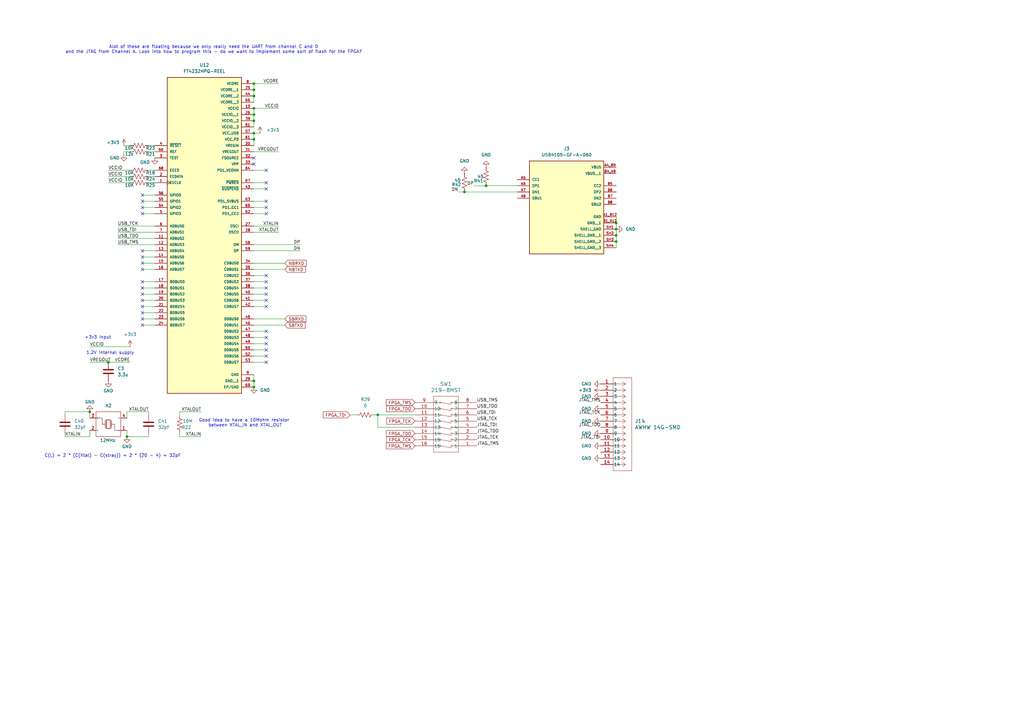
<source format=kicad_sch>
(kicad_sch (version 20250114) (generator "eeschema") (generator_version "9.0")
  (paper "A3")
  (lib_symbols
    (symbol "219_8MST:219-8MST" (pin_names (offset 0.254))
      (property "Reference" "SW" (at 12.7 7.62 0))
      (property "Value" "219-8MST" (at 12.7 5.08 0))
      (symbol "219-8MST_0_1"
        (polyline (pts (xy 7.62 2.54) (xy 7.62 -20.32)) (stroke (width 0.127)))
        (polyline (pts (xy 7.62 0) (xy 10.16 0)) (stroke (width 0.127)))
        (polyline (pts (xy 7.62 -2.54) (xy 10.16 -2.54)) (stroke (width 0.127)))
        (polyline (pts (xy 7.62 -5.08) (xy 10.16 -5.08)) (stroke (width 0.127)))
        (polyline (pts (xy 7.62 -7.62) (xy 10.16 -7.62)) (stroke (width 0.127)))
        (polyline (pts (xy 7.62 -10.16) (xy 10.16 -10.16)) (stroke (width 0.127)))
        (polyline (pts (xy 7.62 -12.7) (xy 10.16 -12.7)) (stroke (width 0.127)))
        (polyline (pts (xy 7.62 -15.24) (xy 10.16 -15.24)) (stroke (width 0.127)))
        (polyline (pts (xy 7.62 -17.78) (xy 10.16 -17.78)) (stroke (width 0.127)))
        (polyline (pts (xy 7.62 -20.32) (xy 17.78 -20.32)) (stroke (width 0.127)))
        (circle (center 10.414 0) (radius 0.254) (stroke (width 0.127)))
        (circle (center 10.414 -2.54) (radius 0.254) (stroke (width 0.127)))
        (circle (center 10.414 -5.08) (radius 0.254) (stroke (width 0.127)))
        (circle (center 10.414 -7.62) (radius 0.254) (stroke (width 0.127)))
        (circle (center 10.414 -10.16) (radius 0.254) (stroke (width 0.127)))
        (circle (center 10.414 -12.7) (radius 0.254) (stroke (width 0.127)))
        (circle (center 10.414 -15.24) (radius 0.254) (stroke (width 0.127)))
        (circle (center 10.414 -17.78) (radius 0.254) (stroke (width 0.127)))
        (polyline (pts (xy 14.732 0) (xy 10.414 0.762)) (stroke (width 0.127)))
        (polyline (pts (xy 14.732 -2.54) (xy 10.414 -1.778)) (stroke (width 0.127)))
        (polyline (pts (xy 14.732 -5.08) (xy 10.414 -4.318)) (stroke (width 0.127)))
        (polyline (pts (xy 14.732 -7.62) (xy 10.414 -6.858)) (stroke (width 0.127)))
        (polyline (pts (xy 14.732 -10.16) (xy 10.414 -9.398)) (stroke (width 0.127)))
        (polyline (pts (xy 14.732 -12.7) (xy 10.414 -11.938)) (stroke (width 0.127)))
        (polyline (pts (xy 14.732 -15.24) (xy 10.414 -14.478)) (stroke (width 0.127)))
        (polyline (pts (xy 14.732 -17.78) (xy 10.414 -17.018)) (stroke (width 0.127)))
        (circle (center 14.986 0) (radius 0.254) (stroke (width 0.127)))
        (circle (center 14.986 -2.54) (radius 0.254) (stroke (width 0.127)))
        (circle (center 14.986 -5.08) (radius 0.254) (stroke (width 0.127)))
        (circle (center 14.986 -7.62) (radius 0.254) (stroke (width 0.127)))
        (circle (center 14.986 -10.16) (radius 0.254) (stroke (width 0.127)))
        (circle (center 14.986 -12.7) (radius 0.254) (stroke (width 0.127)))
        (circle (center 14.986 -15.24) (radius 0.254) (stroke (width 0.127)))
        (circle (center 14.986 -17.78) (radius 0.254) (stroke (width 0.127)))
        (polyline (pts (xy 15.24 0) (xy 17.78 0)) (stroke (width 0.127)))
        (polyline (pts (xy 15.24 -2.54) (xy 17.78 -2.54)) (stroke (width 0.127)))
        (polyline (pts (xy 15.24 -5.08) (xy 17.78 -5.08)) (stroke (width 0.127)))
        (polyline (pts (xy 15.24 -7.62) (xy 17.78 -7.62)) (stroke (width 0.127)))
        (polyline (pts (xy 15.24 -10.16) (xy 17.78 -10.16)) (stroke (width 0.127)))
        (polyline (pts (xy 15.24 -12.7) (xy 17.78 -12.7)) (stroke (width 0.127)))
        (polyline (pts (xy 15.24 -15.24) (xy 17.78 -15.24)) (stroke (width 0.127)))
        (polyline (pts (xy 15.24 -17.78) (xy 17.78 -17.78)) (stroke (width 0.127)))
        (polyline (pts (xy 17.78 2.54) (xy 7.62 2.54)) (stroke (width 0.127)))
        (polyline (pts (xy 17.78 -20.32) (xy 17.78 2.54)) (stroke (width 0.127)))
        (pin unspecified line (at 0 0 0) (length 7.62) (name "1") (number "1"))
        (pin unspecified line (at 0 -2.54 0) (length 7.62) (name "2") (number "2"))
        (pin unspecified line (at 0 -5.08 0) (length 7.62) (name "3") (number "3"))
        (pin unspecified line (at 0 -7.62 0) (length 7.62) (name "4") (number "4"))
        (pin unspecified line (at 0 -10.16 0) (length 7.62) (name "5") (number "5"))
        (pin unspecified line (at 0 -12.7 0) (length 7.62) (name "6") (number "6"))
        (pin unspecified line (at 0 -15.24 0) (length 7.62) (name "7") (number "7"))
        (pin unspecified line (at 0 -17.78 0) (length 7.62) (name "8") (number "8"))
        (pin unspecified line (at 25.4 0 180) (length 7.62) (name "16") (number "16"))
        (pin unspecified line (at 25.4 -2.54 180) (length 7.62) (name "15") (number "15"))
        (pin unspecified line (at 25.4 -5.08 180) (length 7.62) (name "14") (number "14"))
        (pin unspecified line (at 25.4 -7.62 180) (length 7.62) (name "13") (number "13"))
        (pin unspecified line (at 25.4 -10.16 180) (length 7.62) (name "12") (number "12"))
        (pin unspecified line (at 25.4 -12.7 180) (length 7.62) (name "11") (number "11"))
        (pin unspecified line (at 25.4 -15.24 180) (length 7.62) (name "10") (number "10"))
        (pin unspecified line (at 25.4 -17.78 180) (length 7.62) (name "9") (number "9"))
      )
    )
    (symbol "Device:C" (pin_numbers (hide yes)) (pin_names (offset 0.254))
      (property "Reference" "C" (at 0.635 2.54 0))
      (property "Value" "C" (at 0.635 -2.54 0))
      (symbol "C_0_1"
        (polyline (pts (xy -2.032 0.762) (xy 2.032 0.762)) (stroke (width 0.508)))
        (polyline (pts (xy -2.032 -0.762) (xy 2.032 -0.762)) (stroke (width 0.508)))
      )
      (symbol "C_1_1"
        (pin passive line (at 0 3.81 270) (length 2.794) (name "~") (number "1"))
        (pin passive line (at 0 -3.81 90) (length 2.794) (name "~") (number "2"))
      )
    )
    (symbol "Device:R_US" (pin_numbers (hide yes)) (pin_names (offset 0))
      (property "Reference" "R" (at 2.54 0 90))
      (property "Value" "R_US" (at -2.54 0 90))
      (symbol "R_US_0_1"
        (polyline (pts (xy 0 2.286) (xy 0 2.54)))
        (polyline (pts (xy 0 2.286) (xy 1.016 1.905) (xy 0 1.524) (xy -1.016 1.143) (xy 0 0.762)))
        (polyline (pts (xy 0 0.762) (xy 1.016 0.381) (xy 0 0) (xy -1.016 -0.381) (xy 0 -0.762)))
        (polyline (pts (xy 0 -0.762) (xy 1.016 -1.143) (xy 0 -1.524) (xy -1.016 -1.905) (xy 0 -2.286)))
        (polyline (pts (xy 0 -2.286) (xy 0 -2.54)))
      )
      (symbol "R_US_1_1"
        (pin passive line (at 0 3.81 270) (length 1.27) (name "~") (number "1"))
        (pin passive line (at 0 -3.81 90) (length 1.27) (name "~") (number "2"))
      )
    )
    (symbol "FPGA&MCU:FT4232HPQ-REEL" (pin_names (offset 1.016))
      (property "Reference" "U" (at -15.24 56.515 0))
      (property "Value" "FT4232HPQ-REEL" (at -15.24 -76.2 0))
      (symbol "FT4232HPQ-REEL_0_0"
        (rectangle (start -15.24 -73.66) (end 15.24 55.88) (stroke (width 0.254)) (fill (type background)))
        (pin input line (at -20.32 27.94 0) (length 5.08) (name "~{RESET}") (number "4"))
        (pin input line (at -20.32 25.4 0) (length 5.08) (name "REF") (number "60"))
        (pin input line (at -20.32 22.86 0) (length 5.08) (name "TEST") (number "3"))
        (pin bidirectional line (at -20.32 17.78 0) (length 5.08) (name "EECS") (number "68"))
        (pin bidirectional line (at -20.32 15.24 0) (length 5.08) (name "EEDATA") (number "2"))
        (pin output clock (at -20.32 12.7 0) (length 5.08) (name "EECLK") (number "1"))
        (pin bidirectional line (at -20.32 7.62 0) (length 5.08) (name "GPIO0") (number "56"))
        (pin bidirectional line (at -20.32 5.08 0) (length 5.08) (name "GPIO1") (number "55"))
        (pin bidirectional line (at -20.32 2.54 0) (length 5.08) (name "GPIO2") (number "54"))
        (pin bidirectional line (at -20.32 0 0) (length 5.08) (name "GPIO3") (number "5"))
        (pin bidirectional line (at -20.32 -5.08 0) (length 5.08) (name "ADBUS0") (number "6"))
        (pin bidirectional line (at -20.32 -7.62 0) (length 5.08) (name "ADBUS1") (number "7"))
        (pin bidirectional line (at -20.32 -10.16 0) (length 5.08) (name "ADBUS2") (number "11"))
        (pin bidirectional line (at -20.32 -12.7 0) (length 5.08) (name "ADBUS3") (number "12"))
        (pin bidirectional line (at -20.32 -15.24 0) (length 5.08) (name "ADBUS4") (number "13"))
        (pin bidirectional line (at -20.32 -17.78 0) (length 5.08) (name "ADBUS5") (number "14"))
        (pin bidirectional line (at -20.32 -20.32 0) (length 5.08) (name "ADBUS6") (number "15"))
        (pin bidirectional line (at -20.32 -22.86 0) (length 5.08) (name "ADBUS7") (number "16"))
        (pin bidirectional line (at -20.32 -27.94 0) (length 5.08) (name "BDBUS0") (number "17"))
        (pin bidirectional line (at -20.32 -30.48 0) (length 5.08) (name "BDBUS1") (number "18"))
        (pin bidirectional line (at -20.32 -33.02 0) (length 5.08) (name "BDBUS2") (number "19"))
        (pin bidirectional line (at -20.32 -35.56 0) (length 5.08) (name "BDBUS3") (number "20"))
        (pin bidirectional line (at -20.32 -38.1 0) (length 5.08) (name "BDBUS4") (number "21"))
        (pin bidirectional line (at -20.32 -40.64 0) (length 5.08) (name "BDBUS5") (number "22"))
        (pin bidirectional line (at -20.32 -43.18 0) (length 5.08) (name "BDBUS6") (number "23"))
        (pin bidirectional line (at -20.32 -45.72 0) (length 5.08) (name "BDBUS7") (number "24"))
        (pin power_in line (at 20.32 53.34 180) (length 5.08) (name "VCORE") (number "8"))
        (pin power_in line (at 20.32 50.8 180) (length 5.08) (name "VCORE__1") (number "25"))
        (pin power_in line (at 20.32 48.26 180) (length 5.08) (name "VCORE__2") (number "44"))
        (pin power_in line (at 20.32 45.72 180) (length 5.08) (name "VCORE__3") (number "66"))
        (pin power_in line (at 20.32 43.18 180) (length 5.08) (name "VCCIO") (number "10"))
        (pin power_in line (at 20.32 40.64 180) (length 5.08) (name "VCCIO__1") (number "26"))
        (pin power_in line (at 20.32 38.1 180) (length 5.08) (name "VCCIO__2") (number "39"))
        (pin power_in line (at 20.32 35.56 180) (length 5.08) (name "VCCIO__3") (number "51"))
        (pin power_in line (at 20.32 33.02 180) (length 5.08) (name "VCC_USB") (number "57"))
        (pin power_in line (at 20.32 30.48 180) (length 5.08) (name "VCC_PD") (number "61"))
        (pin power_in line (at 20.32 27.94 180) (length 5.08) (name "VREGIN") (number "30"))
        (pin power_in line (at 20.32 25.4 180) (length 5.08) (name "VREGOUT") (number "31"))
        (pin power_in line (at 20.32 22.86 180) (length 5.08) (name "FSOURCE") (number "32"))
        (pin power_in line (at 20.32 20.32 180) (length 5.08) (name "VPP") (number "33"))
        (pin power_in line (at 20.32 17.78 180) (length 5.08) (name "PD1_VCONN") (number "64"))
        (pin output line (at 20.32 12.7 180) (length 5.08) (name "~{PWREN}") (number "67"))
        (pin output line (at 20.32 10.16 180) (length 5.08) (name "~{SUSPEND}") (number "43"))
        (pin input line (at 20.32 5.08 180) (length 5.08) (name "PD1_SVBUS") (number "63"))
        (pin bidirectional line (at 20.32 2.54 180) (length 5.08) (name "PD1_CC1") (number "65"))
        (pin bidirectional line (at 20.32 0 180) (length 5.08) (name "PD1_CC2") (number "62"))
        (pin input line (at 20.32 -5.08 180) (length 5.08) (name "OSCI") (number "27"))
        (pin output line (at 20.32 -7.62 180) (length 5.08) (name "OSCO") (number "28"))
        (pin bidirectional line (at 20.32 -12.7 180) (length 5.08) (name "DM") (number "58"))
        (pin bidirectional line (at 20.32 -15.24 180) (length 5.08) (name "DP") (number "59"))
        (pin bidirectional line (at 20.32 -20.32 180) (length 5.08) (name "CDBUS0") (number "34"))
        (pin bidirectional line (at 20.32 -22.86 180) (length 5.08) (name "CDBUS1") (number "35"))
        (pin bidirectional line (at 20.32 -25.4 180) (length 5.08) (name "CDBUS2") (number "36"))
        (pin bidirectional line (at 20.32 -27.94 180) (length 5.08) (name "CDBUS3") (number "37"))
        (pin bidirectional line (at 20.32 -30.48 180) (length 5.08) (name "CDBUS4") (number "38"))
        (pin bidirectional line (at 20.32 -33.02 180) (length 5.08) (name "CDBUS5") (number "40"))
        (pin bidirectional line (at 20.32 -35.56 180) (length 5.08) (name "CDBUS6") (number "41"))
        (pin bidirectional line (at 20.32 -38.1 180) (length 5.08) (name "CDBUS7") (number "42"))
        (pin bidirectional line (at 20.32 -43.18 180) (length 5.08) (name "DDBUS0") (number "45"))
        (pin bidirectional line (at 20.32 -45.72 180) (length 5.08) (name "DDBUS1") (number "46"))
        (pin bidirectional line (at 20.32 -48.26 180) (length 5.08) (name "DDBUS2") (number "47"))
        (pin bidirectional line (at 20.32 -50.8 180) (length 5.08) (name "DDBUS3") (number "48"))
        (pin bidirectional line (at 20.32 -53.34 180) (length 5.08) (name "DDBUS4") (number "49"))
        (pin bidirectional line (at 20.32 -55.88 180) (length 5.08) (name "DDBUS5") (number "50"))
        (pin bidirectional line (at 20.32 -58.42 180) (length 5.08) (name "DDBUS6") (number "52"))
        (pin bidirectional line (at 20.32 -60.96 180) (length 5.08) (name "DDBUS7") (number "53"))
        (pin power_in line (at 20.32 -66.04 180) (length 5.08) (name "GND") (number "9"))
        (pin power_in line (at 20.32 -68.58 180) (length 5.08) (name "GND__1") (number "29"))
        (pin power_in line (at 20.32 -71.12 180) (length 5.08) (name "EP/GND") (number "69"))
      )
    )
    (symbol "FPGA&MCU:X322512MSB4SI"
      (property "Reference" "X" (at 0 0 0))
      (symbol "X322512MSB4SI_1_0"
        (polyline (pts (xy -5.08 -2.54) (xy -2.54 -2.54) (xy -2.54 -2.54) (xy -2.54 0) (xy -2.54 0) (xy -1.524 0)))
        (rectangle (start -5.08 -5.08) (end 5.08 5.08))
        (polyline (pts (xy -1.27 -1.016) (xy -1.27 1.016)))
        (polyline (pts (xy -1.27 -1.778) (xy -1.27 1.778)))
        (polyline (pts (xy -0.762 -1.778) (xy -0.762 1.778) (xy -0.762 1.778) (xy 0.762 1.778) (xy 0.762 1.778) (xy 0.762 -1.778)))
        (polyline (pts (xy 0.762 1.778) (xy 0.762 -1.778) (xy 0.762 -1.778) (xy -0.762 -1.778) (xy -0.762 -1.778) (xy -0.762 1.778) (xy -0.762 1.778) (xy 0.762 1.778)))
        (polyline (pts (xy 0.762 -1.778) (xy -0.762 -1.778)))
        (polyline (pts (xy 1.27 -1.016) (xy 1.27 1.016)))
        (polyline (pts (xy 1.27 -1.778) (xy 1.27 1.778)))
        (polyline (pts (xy 5.08 2.54) (xy 2.54 2.54) (xy 2.54 2.54) (xy 2.54 0) (xy 2.54 0) (xy 1.524 0)))
        (pin unspecified line (at -7.62 2.54 0) (length 2.54) (name "GND") (number "4"))
        (pin unspecified line (at -7.62 -2.54 0) (length 2.54) (name "OSC1") (number "1"))
        (pin unspecified line (at 7.62 2.54 180) (length 2.54) (name "OSC2") (number "3"))
        (pin unspecified line (at 7.62 -2.54 180) (length 2.54) (name "GND") (number "2"))
      )
    )
    (symbol "FPGA_Interface:AWHW_14G-SMD" (pin_names (offset 0.254))
      (property "Reference" "J" (at 8.89 6.35 0))
      (property "Value" "AWHW 14G-SMD" (at 0 0 0))
      (symbol "AWHW_14G-SMD_1_1"
        (polyline (pts (xy 5.08 2.54) (xy 5.08 -35.56)) (stroke (width 0.127)))
        (polyline (pts (xy 5.08 -35.56) (xy 12.7 -35.56)) (stroke (width 0.127)))
        (polyline (pts (xy 10.16 0) (xy 5.08 0)) (stroke (width 0.127)))
        (polyline (pts (xy 10.16 0) (xy 8.89 0.8467)) (stroke (width 0.127)))
        (polyline (pts (xy 10.16 0) (xy 8.89 -0.8467)) (stroke (width 0.127)))
        (polyline (pts (xy 10.16 -2.54) (xy 5.08 -2.54)) (stroke (width 0.127)))
        (polyline (pts (xy 10.16 -2.54) (xy 8.89 -1.6933)) (stroke (width 0.127)))
        (polyline (pts (xy 10.16 -2.54) (xy 8.89 -3.3867)) (stroke (width 0.127)))
        (polyline (pts (xy 10.16 -5.08) (xy 5.08 -5.08)) (stroke (width 0.127)))
        (polyline (pts (xy 10.16 -5.08) (xy 8.89 -4.2333)) (stroke (width 0.127)))
        (polyline (pts (xy 10.16 -5.08) (xy 8.89 -5.9267)) (stroke (width 0.127)))
        (polyline (pts (xy 10.16 -7.62) (xy 5.08 -7.62)) (stroke (width 0.127)))
        (polyline (pts (xy 10.16 -7.62) (xy 8.89 -6.7733)) (stroke (width 0.127)))
        (polyline (pts (xy 10.16 -7.62) (xy 8.89 -8.4667)) (stroke (width 0.127)))
        (polyline (pts (xy 10.16 -10.16) (xy 5.08 -10.16)) (stroke (width 0.127)))
        (polyline (pts (xy 10.16 -10.16) (xy 8.89 -9.3133)) (stroke (width 0.127)))
        (polyline (pts (xy 10.16 -10.16) (xy 8.89 -11.0067)) (stroke (width 0.127)))
        (polyline (pts (xy 10.16 -12.7) (xy 5.08 -12.7)) (stroke (width 0.127)))
        (polyline (pts (xy 10.16 -12.7) (xy 8.89 -11.8533)) (stroke (width 0.127)))
        (polyline (pts (xy 10.16 -12.7) (xy 8.89 -13.5467)) (stroke (width 0.127)))
        (polyline (pts (xy 10.16 -15.24) (xy 5.08 -15.24)) (stroke (width 0.127)))
        (polyline (pts (xy 10.16 -15.24) (xy 8.89 -14.3933)) (stroke (width 0.127)))
        (polyline (pts (xy 10.16 -15.24) (xy 8.89 -16.0867)) (stroke (width 0.127)))
        (polyline (pts (xy 10.16 -17.78) (xy 5.08 -17.78)) (stroke (width 0.127)))
        (polyline (pts (xy 10.16 -17.78) (xy 8.89 -16.9333)) (stroke (width 0.127)))
        (polyline (pts (xy 10.16 -17.78) (xy 8.89 -18.6267)) (stroke (width 0.127)))
        (polyline (pts (xy 10.16 -20.32) (xy 5.08 -20.32)) (stroke (width 0.127)))
        (polyline (pts (xy 10.16 -20.32) (xy 8.89 -19.4733)) (stroke (width 0.127)))
        (polyline (pts (xy 10.16 -20.32) (xy 8.89 -21.1667)) (stroke (width 0.127)))
        (polyline (pts (xy 10.16 -22.86) (xy 5.08 -22.86)) (stroke (width 0.127)))
        (polyline (pts (xy 10.16 -22.86) (xy 8.89 -22.0133)) (stroke (width 0.127)))
        (polyline (pts (xy 10.16 -22.86) (xy 8.89 -23.7067)) (stroke (width 0.127)))
        (polyline (pts (xy 10.16 -25.4) (xy 5.08 -25.4)) (stroke (width 0.127)))
        (polyline (pts (xy 10.16 -25.4) (xy 8.89 -24.5533)) (stroke (width 0.127)))
        (polyline (pts (xy 10.16 -25.4) (xy 8.89 -26.2467)) (stroke (width 0.127)))
        (polyline (pts (xy 10.16 -27.94) (xy 5.08 -27.94)) (stroke (width 0.127)))
        (polyline (pts (xy 10.16 -27.94) (xy 8.89 -27.0933)) (stroke (width 0.127)))
        (polyline (pts (xy 10.16 -27.94) (xy 8.89 -28.7867)) (stroke (width 0.127)))
        (polyline (pts (xy 10.16 -30.48) (xy 5.08 -30.48)) (stroke (width 0.127)))
        (polyline (pts (xy 10.16 -30.48) (xy 8.89 -29.6333)) (stroke (width 0.127)))
        (polyline (pts (xy 10.16 -30.48) (xy 8.89 -31.3267)) (stroke (width 0.127)))
        (polyline (pts (xy 10.16 -33.02) (xy 5.08 -33.02)) (stroke (width 0.127)))
        (polyline (pts (xy 10.16 -33.02) (xy 8.89 -32.1733)) (stroke (width 0.127)))
        (polyline (pts (xy 10.16 -33.02) (xy 8.89 -33.8667)) (stroke (width 0.127)))
        (polyline (pts (xy 12.7 2.54) (xy 5.08 2.54)) (stroke (width 0.127)))
        (polyline (pts (xy 12.7 -35.56) (xy 12.7 2.54)) (stroke (width 0.127)))
        (pin unspecified line (at 0 0 0) (length 5.08) (name "1") (number "1"))
        (pin unspecified line (at 0 -2.54 0) (length 5.08) (name "2") (number "2"))
        (pin unspecified line (at 0 -5.08 0) (length 5.08) (name "3") (number "3"))
        (pin unspecified line (at 0 -7.62 0) (length 5.08) (name "4") (number "4"))
        (pin unspecified line (at 0 -10.16 0) (length 5.08) (name "5") (number "5"))
        (pin unspecified line (at 0 -12.7 0) (length 5.08) (name "6") (number "6"))
        (pin unspecified line (at 0 -15.24 0) (length 5.08) (name "7") (number "7"))
        (pin unspecified line (at 0 -17.78 0) (length 5.08) (name "8") (number "8"))
        (pin unspecified line (at 0 -20.32 0) (length 5.08) (name "9") (number "9"))
        (pin unspecified line (at 0 -22.86 0) (length 5.08) (name "10") (number "10"))
        (pin unspecified line (at 0 -25.4 0) (length 5.08) (name "11") (number "11"))
        (pin unspecified line (at 0 -27.94 0) (length 5.08) (name "12") (number "12"))
        (pin unspecified line (at 0 -30.48 0) (length 5.08) (name "13") (number "13"))
        (pin unspecified line (at 0 -33.02 0) (length 5.08) (name "14") (number "14"))
      )
      (symbol "AWHW_14G-SMD_1_2"
        (polyline (pts (xy 5.08 2.54) (xy 5.08 -35.56)) (stroke (width 0.127)))
        (polyline (pts (xy 5.08 -35.56) (xy 12.7 -35.56)) (stroke (width 0.127)))
        (polyline (pts (xy 7.62 0) (xy 5.08 0)) (stroke (width 0.127)))
        (polyline (pts (xy 7.62 0) (xy 8.89 0.8467)) (stroke (width 0.127)))
        (polyline (pts (xy 7.62 0) (xy 8.89 -0.8467)) (stroke (width 0.127)))
        (polyline (pts (xy 7.62 -2.54) (xy 5.08 -2.54)) (stroke (width 0.127)))
        (polyline (pts (xy 7.62 -2.54) (xy 8.89 -1.6933)) (stroke (width 0.127)))
        (polyline (pts (xy 7.62 -2.54) (xy 8.89 -3.3867)) (stroke (width 0.127)))
        (polyline (pts (xy 7.62 -5.08) (xy 5.08 -5.08)) (stroke (width 0.127)))
        (polyline (pts (xy 7.62 -5.08) (xy 8.89 -4.2333)) (stroke (width 0.127)))
        (polyline (pts (xy 7.62 -5.08) (xy 8.89 -5.9267)) (stroke (width 0.127)))
        (polyline (pts (xy 7.62 -7.62) (xy 5.08 -7.62)) (stroke (width 0.127)))
        (polyline (pts (xy 7.62 -7.62) (xy 8.89 -6.7733)) (stroke (width 0.127)))
        (polyline (pts (xy 7.62 -7.62) (xy 8.89 -8.4667)) (stroke (width 0.127)))
        (polyline (pts (xy 7.62 -10.16) (xy 5.08 -10.16)) (stroke (width 0.127)))
        (polyline (pts (xy 7.62 -10.16) (xy 8.89 -9.3133)) (stroke (width 0.127)))
        (polyline (pts (xy 7.62 -10.16) (xy 8.89 -11.0067)) (stroke (width 0.127)))
        (polyline (pts (xy 7.62 -12.7) (xy 5.08 -12.7)) (stroke (width 0.127)))
        (polyline (pts (xy 7.62 -12.7) (xy 8.89 -11.8533)) (stroke (width 0.127)))
        (polyline (pts (xy 7.62 -12.7) (xy 8.89 -13.5467)) (stroke (width 0.127)))
        (polyline (pts (xy 7.62 -15.24) (xy 5.08 -15.24)) (stroke (width 0.127)))
        (polyline (pts (xy 7.62 -15.24) (xy 8.89 -14.3933)) (stroke (width 0.127)))
        (polyline (pts (xy 7.62 -15.24) (xy 8.89 -16.0867)) (stroke (width 0.127)))
        (polyline (pts (xy 7.62 -17.78) (xy 5.08 -17.78)) (stroke (width 0.127)))
        (polyline (pts (xy 7.62 -17.78) (xy 8.89 -16.9333)) (stroke (width 0.127)))
        (polyline (pts (xy 7.62 -17.78) (xy 8.89 -18.6267)) (stroke (width 0.127)))
        (polyline (pts (xy 7.62 -20.32) (xy 5.08 -20.32)) (stroke (width 0.127)))
        (polyline (pts (xy 7.62 -20.32) (xy 8.89 -19.4733)) (stroke (width 0.127)))
        (polyline (pts (xy 7.62 -20.32) (xy 8.89 -21.1667)) (stroke (width 0.127)))
        (polyline (pts (xy 7.62 -22.86) (xy 5.08 -22.86)) (stroke (width 0.127)))
        (polyline (pts (xy 7.62 -22.86) (xy 8.89 -22.0133)) (stroke (width 0.127)))
        (polyline (pts (xy 7.62 -22.86) (xy 8.89 -23.7067)) (stroke (width 0.127)))
        (polyline (pts (xy 7.62 -25.4) (xy 5.08 -25.4)) (stroke (width 0.127)))
        (polyline (pts (xy 7.62 -25.4) (xy 8.89 -24.5533)) (stroke (width 0.127)))
        (polyline (pts (xy 7.62 -25.4) (xy 8.89 -26.2467)) (stroke (width 0.127)))
        (polyline (pts (xy 7.62 -27.94) (xy 5.08 -27.94)) (stroke (width 0.127)))
        (polyline (pts (xy 7.62 -27.94) (xy 8.89 -27.0933)) (stroke (width 0.127)))
        (polyline (pts (xy 7.62 -27.94) (xy 8.89 -28.7867)) (stroke (width 0.127)))
        (polyline (pts (xy 7.62 -30.48) (xy 5.08 -30.48)) (stroke (width 0.127)))
        (polyline (pts (xy 7.62 -30.48) (xy 8.89 -29.6333)) (stroke (width 0.127)))
        (polyline (pts (xy 7.62 -30.48) (xy 8.89 -31.3267)) (stroke (width 0.127)))
        (polyline (pts (xy 7.62 -33.02) (xy 5.08 -33.02)) (stroke (width 0.127)))
        (polyline (pts (xy 7.62 -33.02) (xy 8.89 -32.1733)) (stroke (width 0.127)))
        (polyline (pts (xy 7.62 -33.02) (xy 8.89 -33.8667)) (stroke (width 0.127)))
        (polyline (pts (xy 12.7 2.54) (xy 5.08 2.54)) (stroke (width 0.127)))
        (polyline (pts (xy 12.7 -35.56) (xy 12.7 2.54)) (stroke (width 0.127)))
        (pin unspecified line (at 0 0 0) (length 5.08) (name "1") (number "1"))
        (pin unspecified line (at 0 -2.54 0) (length 5.08) (name "2") (number "2"))
        (pin unspecified line (at 0 -5.08 0) (length 5.08) (name "3") (number "3"))
        (pin unspecified line (at 0 -7.62 0) (length 5.08) (name "4") (number "4"))
        (pin unspecified line (at 0 -10.16 0) (length 5.08) (name "5") (number "5"))
        (pin unspecified line (at 0 -12.7 0) (length 5.08) (name "6") (number "6"))
        (pin unspecified line (at 0 -15.24 0) (length 5.08) (name "7") (number "7"))
        (pin unspecified line (at 0 -17.78 0) (length 5.08) (name "8") (number "8"))
        (pin unspecified line (at 0 -20.32 0) (length 5.08) (name "9") (number "9"))
        (pin unspecified line (at 0 -22.86 0) (length 5.08) (name "10") (number "10"))
        (pin unspecified line (at 0 -25.4 0) (length 5.08) (name "11") (number "11"))
        (pin unspecified line (at 0 -27.94 0) (length 5.08) (name "12") (number "12"))
        (pin unspecified line (at 0 -30.48 0) (length 5.08) (name "13") (number "13"))
        (pin unspecified line (at 0 -33.02 0) (length 5.08) (name "14") (number "14"))
      )
    )
    (symbol "FPGA_Interface:USB4105-GF-A-060" (pin_names (offset 1.016))
      (property "Reference" "J" (at -15.24 13.97 0))
      (property "Value" "USB4105-GF-A-060" (at -15.24 -27.94 0))
      (symbol "USB4105-GF-A-060_0_0"
        (rectangle (start -15.24 -25.4) (end 15.24 12.7) (stroke (width 0.254)) (fill (type background)))
        (pin bidirectional line (at -20.32 5.08 0) (length 5.08) (name "CC1") (number "A5"))
        (pin bidirectional line (at -20.32 2.54 0) (length 5.08) (name "DP1") (number "A6"))
        (pin bidirectional line (at -20.32 0 0) (length 5.08) (name "DN1") (number "A7"))
        (pin bidirectional line (at -20.32 -2.54 0) (length 5.08) (name "SBU1") (number "A8"))
        (pin power_in line (at 20.32 10.16 180) (length 5.08) (name "VBUS") (number "A4_B9"))
        (pin power_in line (at 20.32 7.62 180) (length 5.08) (name "VBUS__1") (number "B4_A9"))
        (pin bidirectional line (at 20.32 2.54 180) (length 5.08) (name "CC2") (number "B5"))
        (pin bidirectional line (at 20.32 0 180) (length 5.08) (name "DP2") (number "B6"))
        (pin bidirectional line (at 20.32 -2.54 180) (length 5.08) (name "DN2") (number "B7"))
        (pin bidirectional line (at 20.32 -5.08 180) (length 5.08) (name "SBU2") (number "B8"))
        (pin power_in line (at 20.32 -10.16 180) (length 5.08) (name "GND") (number "A1_B12"))
        (pin power_in line (at 20.32 -12.7 180) (length 5.08) (name "GND__1") (number "B1_A12"))
        (pin power_in line (at 20.32 -15.24 180) (length 5.08) (name "SHELL_GND") (number "SH1"))
        (pin power_in line (at 20.32 -17.78 180) (length 5.08) (name "SHELL_GND__1") (number "SH2"))
        (pin power_in line (at 20.32 -20.32 180) (length 5.08) (name "SHELL_GND__2") (number "SH3"))
        (pin power_in line (at 20.32 -22.86 180) (length 5.08) (name "SHELL_GND__3") (number "SH4"))
      )
    )
    (symbol "power:+3V3" (power) (pin_numbers (hide yes)) (pin_names (offset 0) (hide yes))
      (property "Value" "+3V3" (at 0 3.556 0))
      (symbol "+3V3_0_1"
        (polyline (pts (xy -0.762 1.27) (xy 0 2.54)))
        (polyline (pts (xy 0 2.54) (xy 0.762 1.27)))
        (polyline (pts (xy 0 0) (xy 0 2.54)))
      )
      (symbol "+3V3_1_1"
        (pin power_in line (at 0 0 90) (length 0) (name "~") (number "1"))
      )
    )
    (symbol "power:GND" (power) (pin_numbers (hide yes)) (pin_names (offset 0) (hide yes))
      (property "Value" "GND" (at 0 -3.81 0))
      (symbol "GND_0_1"
        (polyline (pts (xy 0 0) (xy 0 -1.27) (xy 1.27 -1.27) (xy 0 -2.54) (xy -1.27 -1.27) (xy 0 -1.27)))
      )
      (symbol "GND_1_1"
        (pin power_in line (at 0 0 270) (length 0) (name "~") (number "1"))
      )
    )
  )
  (text "1.2V internal supply\n" (at 45.212 144.78 0) (effects (font (size 1.27 1.27))))
  (text "Alot of these are floating because we only really need the UART from channel C and D\nand the JTAG from Channel A. Look into how to program this - do we want to implement some sort of flash for the FPGA?\n" (at 87.63 20.32 0) (effects (font (size 1.27 1.27))))
  (text "Good idea to have a 10Mohm resistor \nbetween XTAL_IN and XTAL_OUT" (at 100.584 173.482 0) (effects (font (size 1.27 1.27))))
  (text "+3v3 Input\n" (at 40.132 138.43 0) (effects (font (size 1.27 1.27))))
  (text "C(L) = 2 * (C(Xtal) - C(stray)) = 2 * (20 - 4) = 32pF\n" (at 46.228 186.944 0) (effects (font (size 1.27 1.27))))
  (junction (at 104.14 49.53))
  (junction (at 104.14 158.75))
  (junction (at 104.14 39.37))
  (junction (at 104.14 46.99))
  (junction (at 44.45 148.59))
  (junction (at 104.14 34.29))
  (junction (at 252.73 93.98))
  (junction (at 52.07 179.07))
  (junction (at 252.73 96.52))
  (junction (at 190.5 78.74))
  (junction (at 104.14 57.15))
  (junction (at 104.14 36.83))
  (junction (at 104.14 54.61))
  (junction (at 36.83 168.91))
  (junction (at 199.39 76.2))
  (junction (at 104.14 156.21))
  (junction (at 252.73 99.06))
  (junction (at 154.94 170.18))
  (junction (at 252.73 91.44))
  (junction (at 104.14 44.45))
  (no_connect (at 109.22 87.63))
  (no_connect (at 58.42 80.01))
  (no_connect (at 109.22 143.51))
  (no_connect (at 58.42 120.65))
  (no_connect (at 109.22 69.85))
  (no_connect (at 58.42 123.19))
  (no_connect (at 109.22 135.89))
  (no_connect (at 109.22 148.59))
  (no_connect (at 109.22 113.03))
  (no_connect (at 109.22 125.73))
  (no_connect (at 58.42 128.27))
  (no_connect (at 109.22 120.65))
  (no_connect (at 109.22 82.55))
  (no_connect (at 109.22 140.97))
  (no_connect (at 58.42 85.09))
  (no_connect (at 58.42 118.11))
  (no_connect (at 58.42 110.49))
  (no_connect (at 58.42 115.57))
  (no_connect (at 109.22 118.11))
  (no_connect (at 58.42 125.73))
  (no_connect (at 58.42 87.63))
  (no_connect (at 58.42 133.35))
  (no_connect (at 109.22 74.93))
  (no_connect (at 104.14 64.77))
  (no_connect (at 109.22 77.47))
  (no_connect (at 58.42 82.55))
  (no_connect (at 104.14 67.31))
  (no_connect (at 109.22 85.09))
  (no_connect (at 58.42 105.41))
  (no_connect (at 109.22 138.43))
  (no_connect (at 58.42 130.81))
  (no_connect (at 109.22 123.19))
  (no_connect (at 109.22 115.57))
  (no_connect (at 109.22 146.05))
  (no_connect (at 58.42 102.87))
  (no_connect (at 58.42 107.95))
  (wire (pts (xy 104.14 54.61) (xy 104.14 57.15)))
  (wire (pts (xy 50.8 63.5) (xy 50.8 62.23)))
  (wire (pts (xy 53.34 59.69) (xy 50.8 59.69)))
  (wire (pts (xy 60.96 62.23) (xy 63.5 62.23)))
  (wire (pts (xy 154.94 170.18) (xy 170.18 170.18)))
  (wire (pts (xy 104.14 44.45) (xy 114.3 44.45)))
  (wire (pts (xy 73.66 168.91) (xy 73.66 170.18)))
  (wire (pts (xy 53.34 74.93) (xy 44.45 74.93)))
  (wire (pts (xy 104.14 77.47) (xy 109.22 77.47)))
  (wire (pts (xy 109.22 113.03) (xy 104.14 113.03)))
  (wire (pts (xy 60.96 74.93) (xy 63.5 74.93)))
  (wire (pts (xy 104.14 95.25) (xy 114.3 95.25)))
  (wire (pts (xy 104.14 62.23) (xy 114.3 62.23)))
  (wire (pts (xy 36.83 176.53) (xy 36.83 179.07)))
  (wire (pts (xy 58.42 128.27) (xy 63.5 128.27)))
  (wire (pts (xy 58.42 125.73) (xy 63.5 125.73)))
  (wire (pts (xy 104.14 46.99) (xy 104.14 49.53)))
  (wire (pts (xy 63.5 59.69) (xy 60.96 59.69)))
  (wire (pts (xy 104.14 82.55) (xy 109.22 82.55)))
  (wire (pts (xy 104.14 153.67) (xy 104.14 156.21)))
  (wire (pts (xy 252.73 91.44) (xy 252.73 93.98)))
  (wire (pts (xy 58.42 130.81) (xy 63.5 130.81)))
  (wire (pts (xy 104.14 148.59) (xy 109.22 148.59)))
  (wire (pts (xy 53.34 72.39) (xy 44.45 72.39)))
  (wire (pts (xy 104.14 87.63) (xy 109.22 87.63)))
  (wire (pts (xy 104.14 146.05) (xy 109.22 146.05)))
  (wire (pts (xy 104.14 57.15) (xy 104.14 59.69)))
  (wire (pts (xy 73.66 179.07) (xy 82.55 179.07)))
  (wire (pts (xy 58.42 80.01) (xy 63.5 80.01)))
  (wire (pts (xy 52.07 171.45) (xy 52.07 168.91)))
  (wire (pts (xy 26.67 168.91) (xy 26.67 170.18)))
  (wire (pts (xy 154.94 175.26) (xy 154.94 170.18)))
  (wire (pts (xy 52.07 179.07) (xy 60.96 179.07)))
  (wire (pts (xy 252.73 88.9) (xy 252.73 91.44)))
  (wire (pts (xy 36.83 179.07) (xy 26.67 179.07)))
  (wire (pts (xy 58.42 105.41) (xy 63.5 105.41)))
  (wire (pts (xy 60.96 179.07) (xy 60.96 177.8)))
  (wire (pts (xy 48.26 100.33) (xy 63.5 100.33)))
  (wire (pts (xy 104.14 69.85) (xy 109.22 69.85)))
  (wire (pts (xy 104.14 130.81) (xy 116.84 130.81)))
  (wire (pts (xy 104.14 34.29) (xy 104.14 36.83)))
  (wire (pts (xy 60.96 168.91) (xy 60.96 170.18)))
  (wire (pts (xy 109.22 135.89) (xy 104.14 135.89)))
  (wire (pts (xy 58.42 133.35) (xy 63.5 133.35)))
  (wire (pts (xy 104.14 39.37) (xy 104.14 41.91)))
  (wire (pts (xy 109.22 138.43) (xy 104.14 138.43)))
  (wire (pts (xy 36.83 148.59) (xy 44.45 148.59)))
  (wire (pts (xy 104.14 92.71) (xy 114.3 92.71)))
  (wire (pts (xy 36.83 168.91) (xy 26.67 168.91)))
  (wire (pts (xy 60.96 72.39) (xy 63.5 72.39)))
  (wire (pts (xy 194.31 76.2) (xy 199.39 76.2)))
  (wire (pts (xy 104.14 49.53) (xy 104.14 52.07)))
  (wire (pts (xy 104.14 107.95) (xy 116.84 107.95)))
  (wire (pts (xy 48.26 97.79) (xy 63.5 97.79)))
  (wire (pts (xy 104.14 34.29) (xy 114.3 34.29)))
  (wire (pts (xy 48.26 95.25) (xy 63.5 95.25)))
  (wire (pts (xy 73.66 179.07) (xy 73.66 177.8)))
  (wire (pts (xy 104.14 133.35) (xy 116.84 133.35)))
  (wire (pts (xy 252.73 93.98) (xy 252.73 96.52)))
  (wire (pts (xy 58.42 120.65) (xy 63.5 120.65)))
  (wire (pts (xy 104.14 100.33) (xy 123.19 100.33)))
  (wire (pts (xy 104.14 123.19) (xy 109.22 123.19)))
  (wire (pts (xy 58.42 115.57) (xy 63.5 115.57)))
  (wire (pts (xy 190.5 78.74) (xy 187.96 78.74)))
  (wire (pts (xy 104.14 125.73) (xy 109.22 125.73)))
  (wire (pts (xy 58.42 87.63) (xy 63.5 87.63)))
  (wire (pts (xy 199.39 76.2) (xy 212.09 76.2)))
  (wire (pts (xy 50.8 62.23) (xy 53.34 62.23)))
  (wire (pts (xy 52.07 176.53) (xy 52.07 179.07)))
  (wire (pts (xy 190.5 78.74) (xy 212.09 78.74)))
  (wire (pts (xy 58.42 85.09) (xy 63.5 85.09)))
  (wire (pts (xy 53.34 69.85) (xy 44.45 69.85)))
  (wire (pts (xy 58.42 82.55) (xy 63.5 82.55)))
  (wire (pts (xy 170.18 175.26) (xy 154.94 175.26)))
  (wire (pts (xy 73.66 168.91) (xy 82.55 168.91)))
  (wire (pts (xy 153.67 170.18) (xy 154.94 170.18)))
  (wire (pts (xy 58.42 118.11) (xy 63.5 118.11)))
  (wire (pts (xy 36.83 168.91) (xy 36.83 171.45)))
  (wire (pts (xy 109.22 115.57) (xy 104.14 115.57)))
  (wire (pts (xy 58.42 102.87) (xy 63.5 102.87)))
  (wire (pts (xy 48.26 92.71) (xy 63.5 92.71)))
  (wire (pts (xy 104.14 85.09) (xy 109.22 85.09)))
  (wire (pts (xy 52.07 168.91) (xy 60.96 168.91)))
  (wire (pts (xy 104.14 156.21) (xy 104.14 158.75)))
  (wire (pts (xy 26.67 179.07) (xy 26.67 177.8)))
  (wire (pts (xy 58.42 123.19) (xy 63.5 123.19)))
  (wire (pts (xy 109.22 118.11) (xy 104.14 118.11)))
  (wire (pts (xy 36.83 142.24) (xy 53.34 142.24)))
  (wire (pts (xy 104.14 110.49) (xy 116.84 110.49)))
  (wire (pts (xy 104.14 44.45) (xy 104.14 46.99)))
  (wire (pts (xy 252.73 99.06) (xy 252.73 101.6)))
  (wire (pts (xy 44.45 148.59) (xy 53.34 148.59)))
  (wire (pts (xy 109.22 140.97) (xy 104.14 140.97)))
  (wire (pts (xy 58.42 110.49) (xy 63.5 110.49)))
  (wire (pts (xy 104.14 74.93) (xy 109.22 74.93)))
  (wire (pts (xy 104.14 102.87) (xy 123.19 102.87)))
  (wire (pts (xy 143.51 170.18) (xy 146.05 170.18)))
  (wire (pts (xy 252.73 96.52) (xy 252.73 99.06)))
  (wire (pts (xy 104.14 36.83) (xy 104.14 39.37)))
  (wire (pts (xy 60.96 69.85) (xy 63.5 69.85)))
  (wire (pts (xy 58.42 107.95) (xy 63.5 107.95)))
  (wire (pts (xy 109.22 143.51) (xy 104.14 143.51)))
  (wire (pts (xy 109.22 120.65) (xy 104.14 120.65)))
  (wire (pts (xy 104.14 54.61) (xy 106.68 54.61)))
  (label "VCCIO" (at 44.45 72.39 0))
  (label "DP" (at 123.19 100.33 180))
  (label "VREGOUT" (at 36.83 148.59 0))
  (label "VCORE" (at 53.34 148.59 180))
  (label "JTAG_TMS" (at 246.38 165.1 180))
  (label "JTAG_TMS" (at 195.58 182.88 0))
  (label "USB_TCK" (at 48.26 92.71 0))
  (label "DN" (at 123.19 102.87 180))
  (label "JTAG_TDO" (at 246.38 175.26 180))
  (label "JTAG_TCK" (at 195.58 180.34 0))
  (label "XTALOUT" (at 60.96 168.91 180))
  (label "VREGOUT" (at 114.3 62.23 180))
  (label "XTALOUT" (at 82.55 168.91 180))
  (label "JTAG_TCK" (at 246.38 170.18 180))
  (label "VCCIO" (at 36.83 142.24 0))
  (label "VCCIO" (at 44.45 74.93 0))
  (label "VCCIO" (at 44.45 69.85 0))
  (label "USB_TDI" (at 48.26 95.25 0))
  (label "XTALIN" (at 26.67 179.07 0))
  (label "JTAG_TDI" (at 195.58 175.26 0))
  (label "JTAG_TDO" (at 195.58 177.8 0))
  (label "USB_TDI" (at 195.58 170.18 0))
  (label "XTALIN" (at 82.55 179.07 180))
  (label "DN" (at 187.96 78.74 180))
  (label "USB_TMS" (at 48.26 100.33 0))
  (label "XTALOUT" (at 114.3 95.25 180))
  (label "USB_TDO" (at 48.26 97.79 0))
  (label "VCCIO" (at 114.3 44.45 180))
  (label "DP" (at 194.31 76.2 180))
  (label "JTAG_TDI" (at 246.38 180.34 180))
  (label "VCORE" (at 114.3 34.29 180))
  (label "XTALIN" (at 114.3 92.71 180))
  (label "USB_TCK" (at 195.58 172.72 0))
  (label "USB_TDO" (at 195.58 167.64 0))
  (label "USB_TMS" (at 195.58 165.1 0))
  (global_label "FPGA_TCK" (shape input) (at 170.18 172.72 180) (property "Intersheetrefs" "${INTERSHEET_REFS}" (effects (hide yes))))
  (global_label "SBTXD" (shape input) (at 116.84 133.35 0) (property "Intersheetrefs" "${INTERSHEET_REFS}" (effects (hide yes))))
  (global_label "NBTXD" (shape input) (at 116.84 110.49 0) (property "Intersheetrefs" "${INTERSHEET_REFS}" (effects (hide yes))))
  (global_label "SBRXD" (shape input) (at 116.84 130.81 0) (property "Intersheetrefs" "${INTERSHEET_REFS}" (effects (hide yes))))
  (global_label "FPGA_TDO" (shape input) (at 170.18 177.8 180) (property "Intersheetrefs" "${INTERSHEET_REFS}" (effects (hide yes))))
  (global_label "NBRXD" (shape input) (at 116.84 107.95 0) (property "Intersheetrefs" "${INTERSHEET_REFS}" (effects (hide yes))))
  (global_label "FPGA_TMS" (shape input) (at 170.18 182.88 180) (property "Intersheetrefs" "${INTERSHEET_REFS}" (effects (hide yes))))
  (global_label "FPGA_TMS" (shape input) (at 170.18 165.1 180) (property "Intersheetrefs" "${INTERSHEET_REFS}" (effects (hide yes))))
  (global_label "FPGA_TDO" (shape input) (at 170.18 167.64 180) (property "Intersheetrefs" "${INTERSHEET_REFS}" (effects (hide yes))))
  (global_label "FPGA_TCK" (shape input) (at 170.18 180.34 180) (property "Intersheetrefs" "${INTERSHEET_REFS}" (effects (hide yes))))
  (global_label "FPGA_TDI" (shape input) (at 143.51 170.18 180) (property "Intersheetrefs" "${INTERSHEET_REFS}" (effects (hide yes))))
  (symbol (lib_id "power:+3V3") (at 106.68 54.61 0) (unit 1)
    (property "Reference" "#PWR072" (effects (hide yes)))
    (property "Value" "+3V3" (at 109.22 53.3399 0) (effects (justify left)))
    (property "Description" "Power symbol creates a global label with name \"+3V3\"" (effects (hide yes)))
  )
  (symbol (lib_id "FPGA&MCU:FT4232HPQ-REEL") (at 83.82 87.63 0) (unit 1)
    (property "Reference" "U12" (at 83.82 26.67 0))
    (property "Value" "FT4232HPQ-REEL" (at 83.82 29.21 0))
    (property "Footprint" "FPGA&MCU:FT4232HPQ" (effects (hide yes)))
    (property "MAXIMUM_PACKAGE_HEIGHT" "0.90mm" (effects (hide yes)))
    (property "CREATOR" "AAMIR" (effects (hide yes)))
    (property "STANDARD" "IPC-7351B" (effects (hide yes)))
    (property "PARTREV" "1.8" (effects (hide yes)))
    (property "VERIFIER" "NEZY" (effects (hide yes)))
    (property "MANUFACTURER" "FTDI" (effects (hide yes)))
  )
  (symbol (lib_id "power:GND") (at 246.38 167.64 270) (unit 1)
    (property "Reference" "#PWR0178" (effects (hide yes)))
    (property "Value" "GND" (at 242.57 167.6399 90) (effects (justify right)))
    (property "Description" "Power symbol creates a global label with name \"GND\" , ground" (effects (hide yes)))
  )
  (symbol (lib_id "FPGA_Interface:USB4105-GF-A-060") (at 232.41 78.74 0) (unit 1)
    (property "Reference" "J3" (at 232.41 60.96 0))
    (property "Value" "USB4105-GF-A-060" (at 232.41 63.5 0))
    (property "Footprint" "FPGA_Interface:USB4105-GF-A-060" (effects (hide yes)))
    (property "PARTREV" "B3" (effects (hide yes)))
    (property "MANUFACTURER" "Global Connector Technology" (effects (hide yes)))
    (property "MAXIMUM_PACKAGE_HEIGHT" "3.31mm" (effects (hide yes)))
    (property "STANDARD" "Manufacturer Recommendations" (effects (hide yes)))
  )
  (symbol (lib_id "power:+3V3") (at 53.34 142.24 0) (unit 1)
    (property "Reference" "#PWR077" (effects (hide yes)))
    (property "Value" "+3V3" (at 53.34 137.16 0))
    (property "Description" "Power symbol creates a global label with name \"+3V3\"" (effects (hide yes)))
  )
  (symbol (lib_id "power:GND") (at 50.8 63.5 0) (unit 1)
    (property "Reference" "#PWR073" (effects (hide yes)))
    (property "Value" "GND" (at 44.958 64.77 0) (effects (justify left)))
    (property "Description" "Power symbol creates a global label with name \"GND\" , ground" (effects (hide yes)))
  )
  (symbol (lib_id "power:GND") (at 246.38 187.96 270) (unit 1)
    (property "Reference" "#PWR0187" (effects (hide yes)))
    (property "Value" "GND" (at 242.57 187.9599 90) (effects (justify right)))
    (property "Description" "Power symbol creates a global label with name \"GND\" , ground" (effects (hide yes)))
  )
  (symbol (lib_id "Device:R_US") (at 57.15 74.93 270) (unit 1)
    (property "Reference" "R25" (at 61.722 75.946 90))
    (property "Value" "10K" (at 53.086 75.946 90))
    (property "Description" "Resistor, US symbol" (effects (hide yes)))
  )
  (symbol (lib_id "power:GND") (at 252.73 93.98 90) (unit 1)
    (property "Reference" "#PWR080" (effects (hide yes)))
    (property "Value" "GND" (at 256.54 93.9799 90) (effects (justify right)))
    (property "Description" "Power symbol creates a global label with name \"GND\" , ground" (effects (hide yes)))
  )
  (symbol (lib_id "power:GND") (at 199.39 68.58 180) (unit 1)
    (property "Reference" "#PWR085" (effects (hide yes)))
    (property "Value" "GND" (at 199.39 63.5 0))
    (property "Description" "Power symbol creates a global label with name \"GND\" , ground" (effects (hide yes)))
  )
  (symbol (lib_id "Device:R_US") (at 57.15 72.39 270) (unit 1)
    (property "Reference" "R24" (at 61.722 73.406 90))
    (property "Value" "10K" (at 53.086 73.406 90))
    (property "Description" "Resistor, US symbol" (effects (hide yes)))
  )
  (symbol (lib_id "power:+3V3") (at 246.38 160.02 90) (unit 1)
    (property "Reference" "#PWR0189" (effects (hide yes)))
    (property "Value" "+3V3" (at 242.57 160.0199 90) (effects (justify left)))
    (property "Description" "Power symbol creates a global label with name \"+3V3\"" (effects (hide yes)))
  )
  (symbol (lib_id "Device:R_US") (at 57.15 59.69 270) (unit 1)
    (property "Reference" "R23" (at 61.722 60.706 90))
    (property "Value" "10K" (at 53.086 60.706 90))
    (property "Description" "Resistor, US symbol" (effects (hide yes)))
  )
  (symbol (lib_id "power:GND") (at 44.45 156.21 0) (unit 1)
    (property "Reference" "#PWR078" (effects (hide yes)))
    (property "Value" "GND" (at 44.45 160.274 0))
    (property "Description" "Power symbol creates a global label with name \"GND\" , ground" (effects (hide yes)))
  )
  (symbol (lib_id "FPGA&MCU:X322512MSB4SI") (at 44.45 173.99 0) (mirror y) (unit 1)
    (property "Reference" "X2" (at 44.45 166.37 0))
    (property "Value" "12MHz" (at 44.196 180.594 0))
    (property "Footprint" "ProLib_pcs_2026-02-07:CRYSTAL-SMD_4P-L3.2-W2.5-BL" (effects (hide yes)))
    (property "Datasheet" "https://item.szlcsc.com/datasheet/X322512MSB4SI/9522.html" (effects (hide yes)))
    (property "Description" "Type:Crystal Oscillator Frequency:12MHz Normal temperature Frequency Tolerance:±10ppm Normal temperature Frequency Tolerance:±10ppm Load Capacitance:20pF Frequency Stability:±20ppm Frequency Stability:±20ppm Operating Temperature:-40°C~+85°C Operating Tempe" (effects (hide yes)))
    (property "Manufacturer Part" "X322512MSB4SI" (effects (hide yes)))
    (property "Manufacturer" "YXC(扬兴晶振)" (effects (hide yes)))
    (property "Supplier Part" "C9002" (effects (hide yes)))
    (property "Supplier" "LCSC" (effects (hide yes)))
    (property "LCSC Part Name" "YSX321SL 12MHZ 4P 3225 20PF ±10PPM -40~85°C (±20PPM)" (effects (hide yes)))
  )
  (symbol (lib_id "power:GND") (at 246.38 177.8 270) (unit 1)
    (property "Reference" "#PWR0183" (effects (hide yes)))
    (property "Value" "GND" (at 242.57 177.7999 90) (effects (justify right)))
    (property "Description" "Power symbol creates a global label with name \"GND\" , ground" (effects (hide yes)))
  )
  (symbol (lib_id "Device:R_US") (at 190.5 74.93 0) (unit 1)
    (property "Reference" "R42" (at 187.198 75.692 0))
    (property "Value" "45" (at 187.706 73.914 0))
    (property "Description" "Resistor, US symbol" (effects (hide yes)))
  )
  (symbol (lib_id "power:GND") (at 52.07 179.07 0) (unit 1)
    (property "Reference" "#PWR068" (effects (hide yes)))
    (property "Value" "GND" (at 52.07 183.134 0))
    (property "Description" "Power symbol creates a global label with name \"GND\" , ground" (effects (hide yes)))
  )
  (symbol (lib_id "power:GND") (at 246.38 162.56 270) (unit 1)
    (property "Reference" "#PWR0177" (effects (hide yes)))
    (property "Value" "GND" (at 242.57 162.5599 90) (effects (justify right)))
    (property "Description" "Power symbol creates a global label with name \"GND\" , ground" (effects (hide yes)))
  )
  (symbol (lib_id "power:GND") (at 63.5 64.77 0) (unit 1)
    (property "Reference" "#PWR0142" (effects (hide yes)))
    (property "Value" "GND" (at 59.436 66.548 0))
    (property "Description" "Power symbol creates a global label with name \"GND\" , ground" (effects (hide yes)))
  )
  (symbol (lib_id "Device:R_US") (at 57.15 69.85 270) (unit 1)
    (property "Reference" "R18" (at 61.722 70.866 90))
    (property "Value" "10K" (at 53.086 70.866 90))
    (property "Description" "Resistor, US symbol" (effects (hide yes)))
  )
  (symbol (lib_id "power:GND") (at 104.14 158.75 0) (unit 1)
    (property "Reference" "#PWR070" (effects (hide yes)))
    (property "Value" "GND" (at 106.68 160.0199 0) (effects (justify left)))
    (property "Description" "Power symbol creates a global label with name \"GND\" , ground" (effects (hide yes)))
  )
  (symbol (lib_id "power:GND") (at 246.38 157.48 270) (unit 1)
    (property "Reference" "#PWR0129" (effects (hide yes)))
    (property "Value" "GND" (at 242.57 157.4799 90) (effects (justify right)))
    (property "Description" "Power symbol creates a global label with name \"GND\" , ground" (effects (hide yes)))
  )
  (symbol (lib_id "power:GND") (at 190.5 71.12 180) (unit 1)
    (property "Reference" "#PWR086" (effects (hide yes)))
    (property "Value" "GND" (at 190.5 66.04 0))
    (property "Description" "Power symbol creates a global label with name \"GND\" , ground" (effects (hide yes)))
  )
  (symbol (lib_id "power:GND") (at 36.83 168.91 180) (unit 1)
    (property "Reference" "#PWR067" (effects (hide yes)))
    (property "Value" "GND" (at 36.83 164.846 0))
    (property "Description" "Power symbol creates a global label with name \"GND\" , ground" (effects (hide yes)))
  )
  (symbol (lib_id "219_8MST:219-8MST") (at 195.58 182.88 180) (unit 1)
    (property "Reference" "SW1" (at 182.88 157.48 0) (effects (font (size 1.524 1.524))))
    (property "Value" "219-8MST" (at 182.88 160.02 0) (effects (font (size 1.524 1.524))))
    (property "Footprint" "FPGA_Interface:219-8M" (effects (hide yes)))
    (property "Datasheet" "219-8MST" (effects (hide yes)))
  )
  (symbol (lib_id "Device:C") (at 60.96 173.99 0) (unit 1)
    (property "Reference" "C41" (at 64.77 172.7199 0) (effects (justify left)))
    (property "Value" "32pF" (at 64.77 175.2599 0) (effects (justify left)))
    (property "Description" "Unpolarized capacitor" (effects (hide yes)))
  )
  (symbol (lib_id "FPGA_Interface:AWHW_14G-SMD") (at 246.38 157.48 0) (unit 1)
    (property "Reference" "J14" (at 260.35 172.7199 0) (effects (font (size 1.524 1.524)) (justify left)))
    (property "Value" "AWHW 14G-SMD" (at 260.35 175.2599 0) (effects (font (size 1.524 1.524)) (justify left)))
    (property "Footprint" "CONN_AWHW 14G-SMD_ASM" (effects (hide yes)))
    (property "Datasheet" "AWHW 14G-SMD" (effects (hide yes)))
  )
  (symbol (lib_id "power:GND") (at 246.38 172.72 270) (unit 1)
    (property "Reference" "#PWR0181" (effects (hide yes)))
    (property "Value" "GND" (at 242.57 172.7199 90) (effects (justify right)))
    (property "Description" "Power symbol creates a global label with name \"GND\" , ground" (effects (hide yes)))
  )
  (symbol (lib_id "power:+3V3") (at 50.8 59.69 0) (unit 1)
    (property "Reference" "#PWR076" (effects (hide yes)))
    (property "Value" "+3V3" (at 43.688 58.42 0) (effects (justify left)))
    (property "Description" "Power symbol creates a global label with name \"+3V3\"" (effects (hide yes)))
  )
  (symbol (lib_id "Device:C") (at 26.67 173.99 0) (unit 1)
    (property "Reference" "C40" (at 30.48 172.7199 0) (effects (justify left)))
    (property "Value" "32pF" (at 30.48 175.2599 0) (effects (justify left)))
    (property "Description" "Unpolarized capacitor" (effects (hide yes)))
  )
  (symbol (lib_id "Device:R_US") (at 73.66 173.99 180) (unit 1)
    (property "Reference" "R22" (at 76.454 175.26 0))
    (property "Value" "10M" (at 76.962 172.72 0))
    (property "Description" "Resistor, US symbol" (effects (hide yes)))
  )
  (symbol (lib_id "Device:R_US") (at 149.86 170.18 90) (unit 1)
    (property "Reference" "R29" (at 149.86 163.83 90))
    (property "Value" "0" (at 149.86 166.37 90))
    (property "Footprint" "Resistor_SMD:R_0603_1608Metric" (effects (hide yes)))
    (property "Description" "Resistor, US symbol" (effects (hide yes)))
  )
  (symbol (lib_id "power:GND") (at 246.38 182.88 270) (unit 1)
    (property "Reference" "#PWR0185" (effects (hide yes)))
    (property "Value" "GND" (at 242.57 182.8799 90) (effects (justify right)))
    (property "Description" "Power symbol creates a global label with name \"GND\" , ground" (effects (hide yes)))
  )
  (symbol (lib_id "Device:C") (at 44.45 152.4 0) (unit 1)
    (property "Reference" "C3" (at 48.26 151.1299 0) (effects (justify left)))
    (property "Value" "3.3u" (at 48.26 153.6699 0) (effects (justify left)))
    (property "Description" "Unpolarized capacitor" (effects (hide yes)))
  )
  (symbol (lib_id "Device:R_US") (at 199.39 72.39 0) (unit 1)
    (property "Reference" "R41" (at 196.342 74.168 0))
    (property "Value" "45" (at 197.104 72.39 0))
    (property "Description" "Resistor, US symbol" (effects (hide yes)))
  )
  (symbol (lib_id "Device:R_US") (at 57.15 62.23 270) (unit 1)
    (property "Reference" "R21" (at 61.722 63.246 90))
    (property "Value" "12k" (at 53.086 63.246 90))
    (property "Description" "Resistor, US symbol" (effects (hide yes)))
  )
)
</source>
